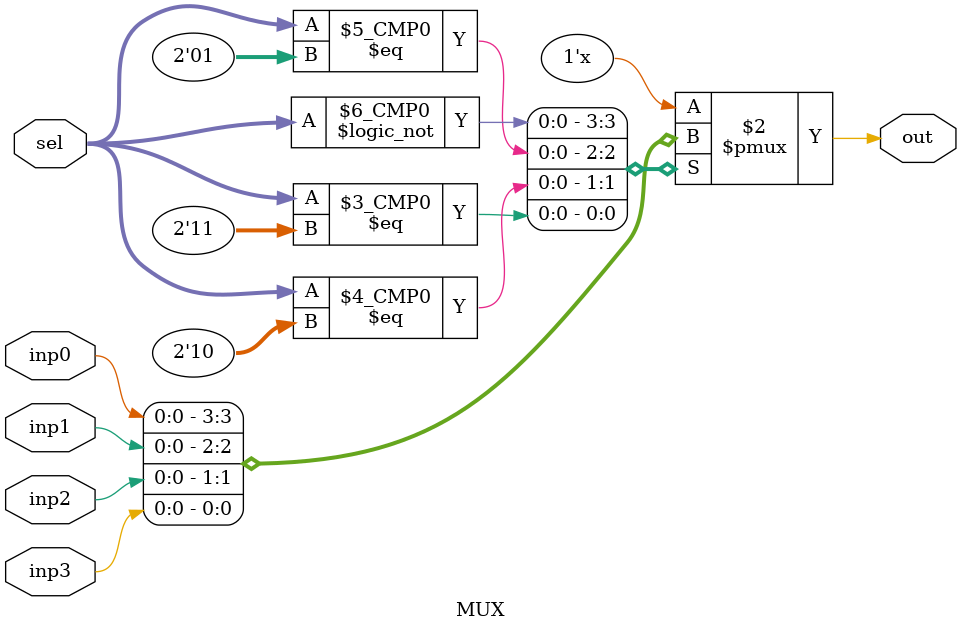
<source format=v>
`timescale 1ns / 1ps
module MUX(
    input inp0 , inp1 , inp2 , inp3,
	 input[1:0] sel,
    output reg out
    );
	 
	 always @(*)
		begin
			case(sel)
				2'b00: out = inp0;
				2'b01: out = inp1;
				2'b10: out = inp2;
				2'b11: out = inp3;
			endcase
		end


endmodule

</source>
